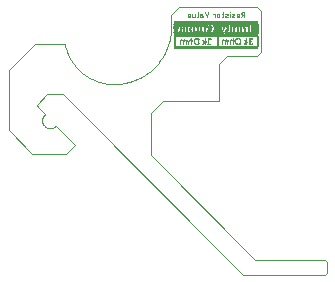
<source format=gbo>
G75*
%MOIN*%
%OFA0B0*%
%FSLAX25Y25*%
%IPPOS*%
%LPD*%
%AMOC8*
5,1,8,0,0,1.08239X$1,22.5*
%
%ADD10C,0.00394*%
%ADD11R,0.28320X0.00048*%
%ADD12R,0.28320X0.00048*%
%ADD13R,0.00720X0.00048*%
%ADD14R,0.00720X0.00048*%
%ADD15R,0.00432X0.00048*%
%ADD16R,0.00192X0.00048*%
%ADD17R,0.00192X0.00048*%
%ADD18R,0.00768X0.00048*%
%ADD19R,0.00240X0.00048*%
%ADD20R,0.01200X0.00048*%
%ADD21R,0.00240X0.00048*%
%ADD22R,0.00240X0.00048*%
%ADD23R,0.00288X0.00048*%
%ADD24R,0.01008X0.00048*%
%ADD25R,0.01200X0.00048*%
%ADD26R,0.00336X0.00048*%
%ADD27R,0.00960X0.00048*%
%ADD28R,0.00240X0.00048*%
%ADD29R,0.00288X0.00048*%
%ADD30R,0.01152X0.00048*%
%ADD31R,0.00336X0.00048*%
%ADD32R,0.01104X0.00048*%
%ADD33R,0.01248X0.00048*%
%ADD34R,0.01248X0.00048*%
%ADD35R,0.00480X0.00048*%
%ADD36R,0.01104X0.00048*%
%ADD37R,0.00384X0.00048*%
%ADD38R,0.00384X0.00048*%
%ADD39R,0.00144X0.00048*%
%ADD40R,0.00384X0.00048*%
%ADD41R,0.00384X0.00048*%
%ADD42R,0.00048X0.00048*%
%ADD43R,0.00624X0.00048*%
%ADD44R,0.00576X0.00048*%
%ADD45R,0.00576X0.00048*%
%ADD46R,0.00864X0.00048*%
%ADD47R,0.00816X0.00048*%
%ADD48R,0.00672X0.00048*%
%ADD49R,0.00576X0.00048*%
%ADD50R,0.00480X0.00048*%
%ADD51R,0.00528X0.00048*%
%ADD52R,0.00432X0.00048*%
%ADD53R,0.00816X0.00048*%
%ADD54R,0.00768X0.00048*%
%ADD55R,0.00192X0.00048*%
%ADD56R,0.00864X0.00048*%
%ADD57R,0.00720X0.00048*%
%ADD58R,0.00096X0.00048*%
%ADD59R,0.00048X0.00048*%
%ADD60R,0.00192X0.00048*%
%ADD61R,0.01248X0.00048*%
%ADD62R,0.01296X0.00048*%
%ADD63R,0.01056X0.00048*%
%ADD64R,0.00960X0.00048*%
%ADD65R,0.00672X0.00048*%
%ADD66R,0.16848X0.00048*%
%ADD67R,0.10992X0.00048*%
%ADD68R,0.16752X0.00048*%
%ADD69R,0.10992X0.00048*%
%ADD70R,0.16752X0.00048*%
%ADD71R,0.16704X0.00048*%
%ADD72R,0.11040X0.00048*%
%ADD73R,0.16704X0.00048*%
%ADD74R,0.11040X0.00048*%
%ADD75R,0.16656X0.00048*%
%ADD76R,0.11088X0.00048*%
%ADD77R,0.16656X0.00048*%
%ADD78R,0.11088X0.00048*%
%ADD79R,0.11136X0.00048*%
%ADD80R,0.16608X0.00048*%
%ADD81R,0.11136X0.00048*%
%ADD82R,0.16608X0.00048*%
%ADD83R,0.16560X0.00048*%
%ADD84R,0.11184X0.00048*%
%ADD85R,0.16560X0.00048*%
%ADD86R,0.11184X0.00048*%
%ADD87R,0.02448X0.00048*%
%ADD88R,0.03552X0.00048*%
%ADD89R,0.02976X0.00048*%
%ADD90R,0.01296X0.00048*%
%ADD91R,0.03984X0.00048*%
%ADD92R,0.01008X0.00048*%
%ADD93R,0.09744X0.00048*%
%ADD94R,0.01680X0.00048*%
%ADD95R,0.00912X0.00048*%
%ADD96R,0.03744X0.00048*%
%ADD97R,0.00528X0.00048*%
%ADD98R,0.02400X0.00048*%
%ADD99R,0.01680X0.00048*%
%ADD100R,0.00144X0.00048*%
%ADD101R,0.01152X0.00048*%
%ADD102R,0.03648X0.00048*%
%ADD103R,0.00912X0.00048*%
%ADD104R,0.02352X0.00048*%
%ADD105R,0.01632X0.00048*%
%ADD106R,0.00624X0.00048*%
%ADD107R,0.01056X0.00048*%
%ADD108R,0.00912X0.00048*%
%ADD109R,0.02352X0.00048*%
%ADD110R,0.01632X0.00048*%
%ADD111R,0.03456X0.00048*%
%ADD112R,0.03408X0.00048*%
%ADD113R,0.03360X0.00048*%
%ADD114R,0.03264X0.00048*%
%ADD115R,0.00864X0.00048*%
%ADD116R,0.00528X0.00048*%
%ADD117R,0.03216X0.00048*%
%ADD118R,0.03168X0.00048*%
%ADD119R,0.03120X0.00048*%
%ADD120R,0.03072X0.00048*%
%ADD121R,0.01056X0.00048*%
%ADD122R,0.03072X0.00048*%
%ADD123R,0.00720X0.00048*%
%ADD124R,0.01392X0.00048*%
%ADD125R,0.02976X0.00048*%
%ADD126R,0.00528X0.00048*%
%ADD127R,0.01392X0.00048*%
%ADD128R,0.01440X0.00048*%
%ADD129R,0.01488X0.00048*%
%ADD130R,0.02880X0.00048*%
%ADD131R,0.00048X0.00048*%
%ADD132R,0.00096X0.00048*%
%ADD133R,0.01488X0.00048*%
%ADD134R,0.02880X0.00048*%
%ADD135R,0.01536X0.00048*%
%ADD136R,0.02832X0.00048*%
%ADD137R,0.01536X0.00048*%
%ADD138R,0.02784X0.00048*%
%ADD139R,0.02784X0.00048*%
%ADD140R,0.02736X0.00048*%
%ADD141R,0.02736X0.00048*%
%ADD142R,0.01440X0.00048*%
%ADD143R,0.02688X0.00048*%
%ADD144R,0.02688X0.00048*%
%ADD145R,0.01584X0.00048*%
%ADD146R,0.02640X0.00048*%
%ADD147R,0.01584X0.00048*%
%ADD148R,0.02640X0.00048*%
%ADD149R,0.00576X0.00048*%
%ADD150R,0.02592X0.00048*%
%ADD151R,0.02592X0.00048*%
%ADD152R,0.01728X0.00048*%
%ADD153R,0.01776X0.00048*%
%ADD154R,0.01728X0.00048*%
%ADD155R,0.01776X0.00048*%
%ADD156R,0.01776X0.00048*%
%ADD157R,0.02544X0.00048*%
%ADD158R,0.01824X0.00048*%
%ADD159R,0.02544X0.00048*%
%ADD160R,0.01920X0.00048*%
%ADD161R,0.01872X0.00048*%
%ADD162R,0.02592X0.00048*%
%ADD163R,0.01968X0.00048*%
%ADD164R,0.02640X0.00048*%
%ADD165R,0.02112X0.00048*%
%ADD166R,0.01344X0.00048*%
%ADD167R,0.01824X0.00048*%
%ADD168R,0.00864X0.00048*%
%ADD169R,0.02064X0.00048*%
%ADD170R,0.05088X0.00048*%
%ADD171R,0.01968X0.00048*%
%ADD172R,0.02208X0.00048*%
%ADD173R,0.11520X0.00048*%
%ADD174R,0.06480X0.00048*%
%ADD175R,0.11520X0.00048*%
%ADD176R,0.05088X0.00048*%
%ADD177R,0.06480X0.00048*%
%ADD178R,0.05136X0.00048*%
%ADD179R,0.05184X0.00048*%
%ADD180R,0.05184X0.00048*%
%ADD181R,0.05232X0.00048*%
%ADD182R,0.05280X0.00048*%
%ADD183R,0.02640X0.00048*%
%ADD184R,0.05328X0.00048*%
%ADD185R,0.05424X0.00048*%
%ADD186R,0.11568X0.00048*%
%ADD187R,0.11616X0.00048*%
%ADD188R,0.06576X0.00048*%
%ADD189R,0.11712X0.00048*%
%ADD190R,0.06624X0.00048*%
%ADD191R,0.11808X0.00048*%
%ADD192R,0.06768X0.00048*%
%ADD193R,0.11952X0.00048*%
%ADD194R,0.06960X0.00048*%
%ADD195R,0.19536X0.00048*%
%ADD196C,0.00200*%
D10*
X0048730Y0042373D02*
X0048730Y0056535D01*
X0052719Y0060524D01*
X0071330Y0060524D01*
X0071330Y0072894D01*
X0073849Y0075413D01*
X0084033Y0075413D01*
X0085434Y0076814D01*
X0085434Y0090366D01*
X0083924Y0091875D01*
X0058038Y0091875D01*
X0055413Y0089250D01*
X0055413Y0085245D01*
X0055412Y0085245D02*
X0055406Y0084782D01*
X0055390Y0084320D01*
X0055362Y0083858D01*
X0055323Y0083397D01*
X0055272Y0082937D01*
X0055211Y0082478D01*
X0055139Y0082021D01*
X0055055Y0081566D01*
X0054961Y0081113D01*
X0054856Y0080662D01*
X0054739Y0080214D01*
X0054612Y0079769D01*
X0054475Y0079328D01*
X0054326Y0078889D01*
X0054168Y0078455D01*
X0053998Y0078024D01*
X0053819Y0077598D01*
X0053629Y0077176D01*
X0053429Y0076758D01*
X0053219Y0076346D01*
X0052999Y0075939D01*
X0052769Y0075537D01*
X0052529Y0075141D01*
X0052281Y0074751D01*
X0052022Y0074367D01*
X0051755Y0073990D01*
X0051478Y0073618D01*
X0051193Y0073254D01*
X0050899Y0072897D01*
X0050596Y0072547D01*
X0050285Y0072204D01*
X0049966Y0071869D01*
X0049639Y0071542D01*
X0049304Y0071223D01*
X0048961Y0070912D01*
X0048611Y0070609D01*
X0048254Y0070315D01*
X0047890Y0070030D01*
X0047518Y0069753D01*
X0047141Y0069486D01*
X0046757Y0069227D01*
X0046367Y0068979D01*
X0045971Y0068739D01*
X0045569Y0068509D01*
X0045162Y0068289D01*
X0044750Y0068079D01*
X0044332Y0067879D01*
X0043910Y0067689D01*
X0043484Y0067510D01*
X0043053Y0067340D01*
X0042619Y0067182D01*
X0042180Y0067033D01*
X0041739Y0066896D01*
X0041294Y0066769D01*
X0040846Y0066652D01*
X0040395Y0066547D01*
X0039942Y0066453D01*
X0039487Y0066369D01*
X0039030Y0066297D01*
X0038571Y0066236D01*
X0038111Y0066185D01*
X0037650Y0066146D01*
X0037188Y0066118D01*
X0036726Y0066102D01*
X0036263Y0066096D01*
X0019274Y0062773D02*
X0079357Y0002592D01*
X0106754Y0002592D01*
X0107296Y0003134D01*
X0107296Y0006955D01*
X0106627Y0007624D01*
X0083458Y0007624D01*
X0048730Y0042373D01*
X0023396Y0045941D02*
X0017015Y0052281D01*
X0017014Y0052281D02*
X0016947Y0052207D01*
X0016877Y0052135D01*
X0016805Y0052066D01*
X0016730Y0052000D01*
X0016652Y0051937D01*
X0016572Y0051877D01*
X0016489Y0051820D01*
X0016405Y0051766D01*
X0016319Y0051716D01*
X0016230Y0051668D01*
X0016140Y0051625D01*
X0016049Y0051584D01*
X0015956Y0051548D01*
X0015861Y0051514D01*
X0015766Y0051485D01*
X0015669Y0051459D01*
X0015571Y0051437D01*
X0015473Y0051419D01*
X0015374Y0051404D01*
X0015274Y0051393D01*
X0015174Y0051386D01*
X0015074Y0051383D01*
X0014974Y0051384D01*
X0014874Y0051388D01*
X0014774Y0051397D01*
X0014675Y0051409D01*
X0014576Y0051425D01*
X0014478Y0051445D01*
X0014381Y0051468D01*
X0014284Y0051496D01*
X0014189Y0051526D01*
X0014095Y0051561D01*
X0014003Y0051599D01*
X0013912Y0051641D01*
X0013822Y0051686D01*
X0013735Y0051734D01*
X0013649Y0051786D01*
X0013565Y0051841D01*
X0013484Y0051899D01*
X0013405Y0051960D01*
X0013328Y0052025D01*
X0012921Y0052445D01*
X0012814Y0052597D01*
X0012760Y0052680D01*
X0012708Y0052766D01*
X0012661Y0052853D01*
X0012616Y0052943D01*
X0012576Y0053034D01*
X0012539Y0053126D01*
X0012505Y0053220D01*
X0012475Y0053315D01*
X0012449Y0053411D01*
X0012427Y0053508D01*
X0012409Y0053606D01*
X0012394Y0053705D01*
X0012384Y0053804D01*
X0012377Y0053903D01*
X0012374Y0054003D01*
X0012375Y0054102D01*
X0012380Y0054202D01*
X0012389Y0054301D01*
X0012402Y0054400D01*
X0012418Y0054498D01*
X0012439Y0054595D01*
X0012463Y0054692D01*
X0012491Y0054788D01*
X0012523Y0054882D01*
X0012559Y0054975D01*
X0012598Y0055067D01*
X0012640Y0055157D01*
X0012687Y0055245D01*
X0012736Y0055331D01*
X0012789Y0055416D01*
X0012845Y0055498D01*
X0012905Y0055578D01*
X0012967Y0055656D01*
X0013033Y0055731D01*
X0013101Y0055803D01*
X0013173Y0055873D01*
X0013246Y0055940D01*
X0013323Y0056003D01*
X0013402Y0056064D01*
X0013483Y0056122D01*
X0011094Y0058554D01*
X0010519Y0059126D01*
X0014164Y0062772D01*
X0016167Y0062773D01*
X0019274Y0062773D01*
X0009859Y0079419D02*
X0001197Y0070757D01*
X0001197Y0050878D01*
X0009133Y0042942D01*
X0020397Y0042942D01*
X0021855Y0044401D01*
X0023396Y0045941D01*
X0019979Y0079419D02*
X0009859Y0079419D01*
X0019979Y0079420D02*
X0020064Y0079022D01*
X0020159Y0078626D01*
X0020264Y0078233D01*
X0020379Y0077843D01*
X0020503Y0077455D01*
X0020636Y0077071D01*
X0020779Y0076690D01*
X0020931Y0076313D01*
X0021092Y0075939D01*
X0021262Y0075570D01*
X0021442Y0075204D01*
X0021630Y0074844D01*
X0021827Y0074488D01*
X0022033Y0074137D01*
X0022247Y0073791D01*
X0022469Y0073450D01*
X0022700Y0073115D01*
X0022939Y0072786D01*
X0023186Y0072463D01*
X0023441Y0072145D01*
X0023704Y0071835D01*
X0023974Y0071530D01*
X0024251Y0071233D01*
X0024536Y0070942D01*
X0024827Y0070658D01*
X0025126Y0070382D01*
X0025431Y0070113D01*
X0025743Y0069851D01*
X0026061Y0069598D01*
X0026385Y0069352D01*
X0026715Y0069114D01*
X0027051Y0068884D01*
X0027392Y0068663D01*
X0027739Y0068450D01*
X0028091Y0068245D01*
X0028447Y0068049D01*
X0028809Y0067862D01*
X0029174Y0067684D01*
X0029544Y0067515D01*
X0029918Y0067355D01*
X0030296Y0067204D01*
X0030678Y0067063D01*
X0031063Y0066931D01*
X0031451Y0066808D01*
X0031841Y0066695D01*
X0032235Y0066592D01*
X0032631Y0066498D01*
X0033029Y0066414D01*
X0033429Y0066340D01*
X0033831Y0066275D01*
X0034234Y0066220D01*
X0034638Y0066176D01*
X0035044Y0066141D01*
X0035450Y0066116D01*
X0035856Y0066101D01*
X0036263Y0066096D01*
D11*
X0070396Y0077833D03*
X0070396Y0077929D03*
X0070396Y0078073D03*
X0070396Y0078169D03*
X0070396Y0078265D03*
X0070396Y0078361D03*
X0070396Y0078505D03*
X0070396Y0081865D03*
X0070396Y0081961D03*
X0070396Y0082105D03*
X0070396Y0082201D03*
X0070396Y0082297D03*
X0070396Y0082393D03*
X0070396Y0085993D03*
X0070396Y0086137D03*
X0070396Y0086233D03*
X0070396Y0086329D03*
X0070396Y0086473D03*
X0070396Y0086569D03*
X0070396Y0086665D03*
D12*
X0070396Y0086617D03*
X0070396Y0086521D03*
X0070396Y0086425D03*
X0070396Y0086377D03*
X0070396Y0086281D03*
X0070396Y0086185D03*
X0070396Y0086089D03*
X0070396Y0086041D03*
X0070396Y0085945D03*
X0070396Y0086713D03*
X0070396Y0082489D03*
X0070396Y0082441D03*
X0070396Y0082345D03*
X0070396Y0082249D03*
X0070396Y0082153D03*
X0070396Y0082057D03*
X0070396Y0082009D03*
X0070396Y0081913D03*
X0070396Y0081817D03*
X0070396Y0078457D03*
X0070396Y0078409D03*
X0070396Y0078313D03*
X0070396Y0078217D03*
X0070396Y0078121D03*
X0070396Y0078025D03*
X0070396Y0077977D03*
X0070396Y0077881D03*
D13*
X0070900Y0078553D03*
X0070900Y0078649D03*
X0070900Y0078745D03*
X0070900Y0078841D03*
X0070900Y0078889D03*
X0070900Y0078985D03*
X0070900Y0079081D03*
X0070900Y0079177D03*
X0070900Y0079225D03*
X0070900Y0079321D03*
X0070900Y0079417D03*
X0070900Y0079513D03*
X0070900Y0079609D03*
X0070900Y0079657D03*
X0070900Y0079753D03*
X0070900Y0079849D03*
X0070900Y0079945D03*
X0070900Y0080041D03*
X0070900Y0080089D03*
X0070900Y0080185D03*
X0070900Y0080281D03*
X0070900Y0080377D03*
X0070900Y0080425D03*
X0070900Y0080521D03*
X0070900Y0080617D03*
X0070900Y0080713D03*
X0070900Y0080809D03*
X0070900Y0080857D03*
X0070900Y0080953D03*
X0070900Y0081049D03*
X0070900Y0081145D03*
X0070900Y0081241D03*
X0070900Y0081289D03*
X0070900Y0081385D03*
X0070900Y0081481D03*
X0070900Y0081577D03*
X0070900Y0081625D03*
X0070900Y0081721D03*
X0072964Y0080521D03*
X0073924Y0080521D03*
X0073828Y0083449D03*
X0074260Y0084649D03*
X0082132Y0080185D03*
X0082132Y0079081D03*
X0084196Y0079081D03*
X0084196Y0078985D03*
X0084196Y0078889D03*
X0084196Y0078841D03*
X0084196Y0078745D03*
X0084196Y0078649D03*
X0084196Y0078553D03*
X0084196Y0079177D03*
X0084196Y0079225D03*
X0084196Y0079321D03*
X0084196Y0079417D03*
X0084196Y0079513D03*
X0084196Y0079609D03*
X0084196Y0079657D03*
X0084196Y0079753D03*
X0084196Y0079849D03*
X0084196Y0079945D03*
X0084196Y0080041D03*
X0084196Y0080089D03*
X0084196Y0080185D03*
X0084196Y0080281D03*
X0084196Y0080377D03*
X0084196Y0080425D03*
X0084196Y0080521D03*
X0084196Y0080617D03*
X0084196Y0080713D03*
X0084196Y0080809D03*
X0084196Y0080857D03*
X0084196Y0080953D03*
X0084196Y0081049D03*
X0084196Y0081145D03*
X0084196Y0081241D03*
X0084196Y0081289D03*
X0084196Y0081385D03*
X0084196Y0081481D03*
X0084196Y0081577D03*
X0084196Y0081625D03*
X0084196Y0081721D03*
X0064324Y0084121D03*
X0064324Y0084217D03*
X0062020Y0083353D03*
X0062020Y0085081D03*
X0059524Y0084313D03*
X0056596Y0081721D03*
X0056596Y0081625D03*
X0056596Y0081577D03*
X0056596Y0081481D03*
X0056596Y0081385D03*
X0056596Y0081289D03*
X0056596Y0081241D03*
X0056596Y0081145D03*
X0056596Y0081049D03*
X0056596Y0080953D03*
X0056596Y0080857D03*
X0056596Y0080809D03*
X0056596Y0080713D03*
X0056596Y0080617D03*
X0056596Y0080521D03*
X0056596Y0080425D03*
X0056596Y0080377D03*
X0056596Y0080281D03*
X0056596Y0080185D03*
X0056596Y0080089D03*
X0056596Y0080041D03*
X0056596Y0079945D03*
X0056596Y0079849D03*
X0056596Y0079753D03*
X0056596Y0079657D03*
X0056596Y0079609D03*
X0056596Y0079513D03*
X0056596Y0079417D03*
X0056596Y0079321D03*
X0056596Y0079225D03*
X0056596Y0079177D03*
X0056596Y0079081D03*
X0056596Y0078985D03*
X0056596Y0078889D03*
X0056596Y0078841D03*
X0056596Y0078745D03*
X0056596Y0078649D03*
X0056596Y0078553D03*
X0060100Y0080521D03*
D14*
X0056596Y0080473D03*
X0056596Y0080569D03*
X0056596Y0080665D03*
X0056596Y0080761D03*
X0056596Y0080905D03*
X0056596Y0081001D03*
X0056596Y0081097D03*
X0056596Y0081193D03*
X0056596Y0081337D03*
X0056596Y0081433D03*
X0056596Y0081529D03*
X0056596Y0081673D03*
X0056596Y0081769D03*
X0056596Y0080329D03*
X0056596Y0080233D03*
X0056596Y0080137D03*
X0056596Y0079993D03*
X0056596Y0079897D03*
X0056596Y0079801D03*
X0056596Y0079705D03*
X0056596Y0079561D03*
X0056596Y0079465D03*
X0056596Y0079369D03*
X0056596Y0079273D03*
X0056596Y0079129D03*
X0056596Y0079033D03*
X0056596Y0078937D03*
X0056596Y0078793D03*
X0056596Y0078697D03*
X0056596Y0078601D03*
X0064324Y0084073D03*
X0064324Y0084169D03*
X0064324Y0084265D03*
X0070900Y0081769D03*
X0070900Y0081673D03*
X0070900Y0081529D03*
X0070900Y0081433D03*
X0070900Y0081337D03*
X0070900Y0081193D03*
X0070900Y0081097D03*
X0070900Y0081001D03*
X0070900Y0080905D03*
X0070900Y0080761D03*
X0070900Y0080665D03*
X0070900Y0080569D03*
X0070900Y0080473D03*
X0070900Y0080329D03*
X0070900Y0080233D03*
X0070900Y0080137D03*
X0070900Y0079993D03*
X0070900Y0079897D03*
X0070900Y0079801D03*
X0070900Y0079705D03*
X0070900Y0079561D03*
X0070900Y0079465D03*
X0070900Y0079369D03*
X0070900Y0079273D03*
X0070900Y0079129D03*
X0070900Y0079033D03*
X0070900Y0078937D03*
X0070900Y0078793D03*
X0070900Y0078697D03*
X0070900Y0078601D03*
X0073828Y0083497D03*
X0074260Y0084601D03*
X0075364Y0083305D03*
X0084196Y0081769D03*
X0084196Y0081673D03*
X0084196Y0081529D03*
X0084196Y0081433D03*
X0084196Y0081337D03*
X0084196Y0081193D03*
X0084196Y0081097D03*
X0084196Y0081001D03*
X0084196Y0080905D03*
X0084196Y0080761D03*
X0084196Y0080665D03*
X0084196Y0080569D03*
X0084196Y0080473D03*
X0084196Y0080329D03*
X0084196Y0080233D03*
X0084196Y0080137D03*
X0084196Y0079993D03*
X0084196Y0079897D03*
X0084196Y0079801D03*
X0084196Y0079705D03*
X0084196Y0079561D03*
X0084196Y0079465D03*
X0084196Y0079369D03*
X0084196Y0079273D03*
X0084196Y0079129D03*
X0084196Y0079033D03*
X0084196Y0078937D03*
X0084196Y0078793D03*
X0084196Y0078697D03*
X0084196Y0078601D03*
D15*
X0082132Y0079033D03*
X0081700Y0079273D03*
X0078244Y0079273D03*
X0077812Y0079033D03*
X0077332Y0079273D03*
X0077764Y0081193D03*
X0078676Y0083401D03*
X0078676Y0083497D03*
X0078676Y0083593D03*
X0078676Y0083737D03*
X0078676Y0083833D03*
X0078676Y0083929D03*
X0078676Y0084073D03*
X0078676Y0084169D03*
X0078676Y0084265D03*
X0078676Y0084361D03*
X0078676Y0084505D03*
X0078676Y0084601D03*
X0078676Y0084697D03*
X0078676Y0084793D03*
X0078676Y0084937D03*
X0078676Y0085033D03*
X0065428Y0084601D03*
X0065428Y0083929D03*
X0065428Y0083833D03*
X0063940Y0081193D03*
X0062404Y0080329D03*
X0063556Y0079273D03*
X0063988Y0079033D03*
X0059716Y0080329D03*
X0059668Y0083401D03*
X0059668Y0084073D03*
X0061876Y0083737D03*
X0061876Y0084697D03*
D16*
X0058780Y0083545D03*
X0062476Y0081289D03*
X0062476Y0079081D03*
X0059740Y0079081D03*
X0058780Y0079081D03*
X0068140Y0081145D03*
D17*
X0068668Y0080713D03*
X0066988Y0081289D03*
X0066988Y0079081D03*
X0061468Y0079081D03*
X0060700Y0079081D03*
X0060700Y0080617D03*
X0061084Y0085081D03*
X0064684Y0085081D03*
X0073084Y0084217D03*
X0073084Y0084121D03*
X0074092Y0084841D03*
X0074092Y0084889D03*
X0074428Y0083641D03*
X0074524Y0080617D03*
X0074524Y0080521D03*
X0077884Y0085081D03*
D18*
X0079852Y0084553D03*
X0081292Y0084553D03*
X0081292Y0084457D03*
X0081292Y0084409D03*
X0081292Y0084313D03*
X0081292Y0084217D03*
X0081292Y0084121D03*
X0081292Y0084025D03*
X0081292Y0083977D03*
X0081292Y0083881D03*
X0081292Y0083785D03*
X0081292Y0083689D03*
X0081292Y0083641D03*
X0081292Y0083545D03*
X0081292Y0083449D03*
X0081292Y0083353D03*
X0081292Y0084649D03*
X0081292Y0084745D03*
X0081292Y0084841D03*
X0081292Y0084889D03*
X0081292Y0084985D03*
X0081292Y0085081D03*
X0077740Y0081145D03*
X0075676Y0080521D03*
X0077788Y0079081D03*
X0073804Y0083353D03*
X0074236Y0084457D03*
X0074236Y0084553D03*
X0073084Y0084985D03*
X0066556Y0084553D03*
X0066556Y0084457D03*
X0066556Y0083881D03*
X0065596Y0083353D03*
X0064300Y0083785D03*
X0064300Y0083881D03*
X0064300Y0083977D03*
X0064300Y0084025D03*
X0064300Y0084313D03*
X0064300Y0084409D03*
X0062956Y0084457D03*
X0062956Y0083881D03*
X0065596Y0085081D03*
X0063964Y0081145D03*
X0061852Y0080521D03*
X0064012Y0079081D03*
D19*
X0063220Y0079753D03*
X0066052Y0079081D03*
X0066100Y0080617D03*
X0063940Y0084745D03*
X0060436Y0080425D03*
X0059764Y0080089D03*
X0059764Y0080041D03*
X0059764Y0079945D03*
X0059764Y0079849D03*
X0059764Y0079753D03*
X0059764Y0079657D03*
X0059764Y0079609D03*
X0059764Y0079513D03*
X0059764Y0079417D03*
X0059764Y0079321D03*
X0059764Y0079225D03*
X0059764Y0079177D03*
X0058804Y0079177D03*
X0058804Y0079225D03*
X0058804Y0079321D03*
X0058804Y0079417D03*
X0058804Y0079513D03*
X0058804Y0079609D03*
X0058804Y0079657D03*
X0058804Y0079753D03*
X0058804Y0079849D03*
X0058804Y0079945D03*
X0058804Y0080041D03*
X0058804Y0080089D03*
X0058804Y0080185D03*
X0059476Y0080425D03*
X0058420Y0083257D03*
X0072580Y0080089D03*
X0072580Y0080041D03*
X0072580Y0079945D03*
X0072580Y0079849D03*
X0072580Y0079753D03*
X0072580Y0079657D03*
X0072580Y0079609D03*
X0072580Y0079513D03*
X0072580Y0079417D03*
X0072580Y0079321D03*
X0072580Y0079225D03*
X0072580Y0079177D03*
X0072580Y0079081D03*
X0073540Y0079081D03*
X0073540Y0079177D03*
X0073540Y0079225D03*
X0073540Y0079321D03*
X0073540Y0079417D03*
X0073540Y0079513D03*
X0073540Y0079609D03*
X0073540Y0079657D03*
X0073540Y0079753D03*
X0073540Y0079849D03*
X0073540Y0079945D03*
X0073540Y0080041D03*
X0073540Y0080089D03*
X0074500Y0080089D03*
X0074500Y0080041D03*
X0074500Y0079945D03*
X0074500Y0079849D03*
X0074500Y0079753D03*
X0074500Y0079657D03*
X0074500Y0079609D03*
X0074500Y0079513D03*
X0074500Y0079417D03*
X0074500Y0079321D03*
X0074500Y0079225D03*
X0074500Y0079177D03*
X0074500Y0079081D03*
X0075268Y0079081D03*
X0075268Y0079177D03*
X0075268Y0079225D03*
X0075268Y0079321D03*
X0075268Y0079417D03*
X0075268Y0079513D03*
X0075268Y0079609D03*
X0075268Y0079657D03*
X0075268Y0079753D03*
X0075268Y0079849D03*
X0075268Y0079945D03*
X0075268Y0080041D03*
X0075268Y0080089D03*
X0074500Y0080185D03*
X0076276Y0080185D03*
X0076276Y0080089D03*
X0076276Y0080041D03*
X0076276Y0079945D03*
X0076276Y0079849D03*
X0076276Y0079753D03*
X0076276Y0079657D03*
X0076276Y0079609D03*
X0076276Y0079513D03*
X0076276Y0079417D03*
X0076276Y0079321D03*
X0076276Y0079225D03*
X0076276Y0079177D03*
X0076276Y0079081D03*
X0076276Y0080521D03*
X0076276Y0080617D03*
X0076276Y0080713D03*
X0076276Y0080809D03*
X0076276Y0080857D03*
X0076276Y0080953D03*
X0076276Y0081049D03*
X0076276Y0081145D03*
X0076276Y0081241D03*
X0076276Y0081289D03*
X0078580Y0080185D03*
X0078580Y0080089D03*
X0078580Y0080041D03*
X0079876Y0079081D03*
X0080788Y0079081D03*
X0080788Y0079177D03*
X0080788Y0079225D03*
X0080788Y0079321D03*
X0080788Y0079417D03*
X0080788Y0079513D03*
X0080788Y0079609D03*
X0080788Y0079657D03*
X0080788Y0079753D03*
X0080788Y0079849D03*
X0080788Y0080041D03*
X0080788Y0080089D03*
X0080788Y0080185D03*
X0080788Y0080281D03*
X0080788Y0080377D03*
X0080788Y0080425D03*
X0080788Y0080521D03*
X0080788Y0080617D03*
X0080788Y0080713D03*
X0080788Y0080809D03*
X0080788Y0080857D03*
X0080788Y0080953D03*
X0080788Y0081049D03*
X0080788Y0081145D03*
X0080788Y0081241D03*
X0080788Y0081289D03*
X0079588Y0084841D03*
X0079588Y0084889D03*
X0079588Y0084985D03*
X0079588Y0085081D03*
X0075604Y0084985D03*
X0075604Y0084889D03*
D20*
X0068164Y0079225D03*
X0068164Y0079177D03*
X0068164Y0079081D03*
D21*
X0064756Y0079801D03*
X0062980Y0083593D03*
X0062980Y0084793D03*
X0063940Y0084697D03*
X0066580Y0084793D03*
X0066580Y0083593D03*
X0072580Y0080137D03*
X0072580Y0079993D03*
X0072580Y0079897D03*
X0072580Y0079801D03*
X0072580Y0079705D03*
X0072580Y0079561D03*
X0072580Y0079465D03*
X0072580Y0079369D03*
X0072580Y0079273D03*
X0072580Y0079129D03*
X0073540Y0079129D03*
X0073540Y0079273D03*
X0073540Y0079369D03*
X0073540Y0079465D03*
X0073540Y0079561D03*
X0073540Y0079705D03*
X0073540Y0079801D03*
X0073540Y0079897D03*
X0073540Y0079993D03*
X0073540Y0080137D03*
X0074500Y0080137D03*
X0074500Y0079993D03*
X0074500Y0079897D03*
X0074500Y0079801D03*
X0074500Y0079705D03*
X0074500Y0079561D03*
X0074500Y0079465D03*
X0074500Y0079369D03*
X0074500Y0079273D03*
X0074500Y0079129D03*
X0075268Y0079129D03*
X0075268Y0079273D03*
X0075268Y0079369D03*
X0075268Y0079465D03*
X0075268Y0079561D03*
X0075268Y0079705D03*
X0075268Y0079801D03*
X0075268Y0079897D03*
X0075268Y0079993D03*
X0075268Y0080137D03*
X0075652Y0080665D03*
X0076276Y0080665D03*
X0076276Y0080569D03*
X0076276Y0080473D03*
X0076276Y0080761D03*
X0076276Y0080905D03*
X0076276Y0081001D03*
X0076276Y0081097D03*
X0076276Y0081193D03*
X0076276Y0080137D03*
X0076276Y0079993D03*
X0076276Y0079897D03*
X0076276Y0079801D03*
X0076276Y0079705D03*
X0076276Y0079561D03*
X0076276Y0079465D03*
X0076276Y0079369D03*
X0076276Y0079273D03*
X0076276Y0079129D03*
X0078580Y0079993D03*
X0078580Y0080137D03*
X0078580Y0080233D03*
X0080788Y0080233D03*
X0080788Y0080137D03*
X0080788Y0079993D03*
X0080788Y0079897D03*
X0080788Y0079801D03*
X0080788Y0079705D03*
X0080788Y0079561D03*
X0080788Y0079465D03*
X0080788Y0079369D03*
X0080788Y0079273D03*
X0080788Y0079129D03*
X0080788Y0080329D03*
X0080788Y0080473D03*
X0080788Y0080569D03*
X0080788Y0080665D03*
X0080788Y0080761D03*
X0080788Y0080905D03*
X0080788Y0081001D03*
X0080788Y0081097D03*
X0080788Y0081193D03*
X0079588Y0084793D03*
X0079588Y0084937D03*
X0079588Y0085033D03*
X0080356Y0085129D03*
X0075604Y0085033D03*
X0075604Y0084937D03*
X0074068Y0084793D03*
X0060100Y0080665D03*
X0059764Y0080137D03*
X0059764Y0079993D03*
X0059764Y0079897D03*
X0059764Y0079801D03*
X0059764Y0079705D03*
X0059764Y0079561D03*
X0059764Y0079465D03*
X0059764Y0079369D03*
X0059764Y0079273D03*
X0059764Y0079129D03*
X0058804Y0079129D03*
X0058804Y0079273D03*
X0058804Y0079369D03*
X0058804Y0079465D03*
X0058804Y0079561D03*
X0058804Y0079705D03*
X0058804Y0079801D03*
X0058804Y0079897D03*
X0058804Y0079993D03*
X0058804Y0080137D03*
X0058804Y0080233D03*
X0059140Y0080665D03*
D22*
X0060724Y0080569D03*
X0060724Y0080473D03*
X0060724Y0080137D03*
X0060724Y0079993D03*
X0060724Y0079897D03*
X0060724Y0079801D03*
X0060724Y0079705D03*
X0060724Y0079561D03*
X0060724Y0079465D03*
X0060724Y0079369D03*
X0060724Y0079273D03*
X0060724Y0079129D03*
X0061492Y0079129D03*
X0061492Y0079273D03*
X0061492Y0079369D03*
X0061492Y0079465D03*
X0061492Y0079561D03*
X0061492Y0079705D03*
X0061492Y0079801D03*
X0061492Y0079897D03*
X0061492Y0079993D03*
X0061492Y0080137D03*
X0061492Y0080233D03*
X0064660Y0085129D03*
X0076996Y0079897D03*
D23*
X0077020Y0079801D03*
X0077020Y0079705D03*
X0077068Y0079561D03*
X0076972Y0079993D03*
X0076972Y0080137D03*
X0076972Y0080233D03*
X0076972Y0080329D03*
X0077020Y0080473D03*
X0077020Y0080569D03*
X0077068Y0080665D03*
X0077116Y0080761D03*
X0076252Y0080233D03*
X0075340Y0080329D03*
X0075292Y0080233D03*
X0074476Y0080233D03*
X0073900Y0080665D03*
X0072940Y0080665D03*
X0072652Y0080329D03*
X0072604Y0080233D03*
X0068620Y0080761D03*
X0068140Y0080761D03*
X0068140Y0080665D03*
X0068140Y0080569D03*
X0068140Y0080473D03*
X0068140Y0080329D03*
X0068140Y0080233D03*
X0068140Y0080137D03*
X0068140Y0079993D03*
X0068140Y0079897D03*
X0068140Y0079801D03*
X0068140Y0079705D03*
X0068140Y0079561D03*
X0068140Y0079465D03*
X0068140Y0079369D03*
X0066988Y0079369D03*
X0066988Y0079273D03*
X0066988Y0079129D03*
X0066988Y0079465D03*
X0066988Y0079561D03*
X0066988Y0079705D03*
X0066988Y0079801D03*
X0066988Y0080137D03*
X0066988Y0080233D03*
X0066988Y0080329D03*
X0066988Y0080473D03*
X0066988Y0080569D03*
X0066988Y0080665D03*
X0066988Y0080761D03*
X0066988Y0080905D03*
X0066988Y0081001D03*
X0066988Y0081097D03*
X0066988Y0081193D03*
X0066220Y0080473D03*
X0066364Y0080329D03*
X0066460Y0080233D03*
X0066556Y0080137D03*
X0066508Y0079705D03*
X0066412Y0079561D03*
X0066172Y0079273D03*
X0066076Y0079129D03*
X0064684Y0079561D03*
X0064732Y0079705D03*
X0064780Y0079897D03*
X0064780Y0079993D03*
X0064780Y0080137D03*
X0064780Y0080233D03*
X0064780Y0080329D03*
X0064732Y0080473D03*
X0064732Y0080569D03*
X0064684Y0080665D03*
X0063244Y0080569D03*
X0063196Y0080473D03*
X0063196Y0080329D03*
X0063196Y0080233D03*
X0063196Y0080137D03*
X0063196Y0079993D03*
X0063196Y0079897D03*
X0063196Y0079801D03*
X0063244Y0079705D03*
X0063292Y0079561D03*
X0063340Y0079465D03*
X0062476Y0079465D03*
X0062476Y0079369D03*
X0062476Y0079273D03*
X0062476Y0079129D03*
X0062476Y0079561D03*
X0062476Y0079705D03*
X0062476Y0079801D03*
X0062476Y0079897D03*
X0062476Y0079993D03*
X0062476Y0080137D03*
X0062476Y0080473D03*
X0062476Y0080569D03*
X0062476Y0080665D03*
X0062476Y0080761D03*
X0062476Y0080905D03*
X0062476Y0081001D03*
X0062476Y0081097D03*
X0062476Y0081193D03*
X0061852Y0080665D03*
X0061516Y0080329D03*
X0058828Y0080329D03*
X0058732Y0084793D03*
X0063916Y0084793D03*
X0067612Y0083737D03*
X0073084Y0084265D03*
X0073084Y0084361D03*
X0075580Y0084793D03*
X0079612Y0084697D03*
X0079948Y0080569D03*
X0080236Y0080233D03*
X0080332Y0080137D03*
X0080476Y0079993D03*
X0080380Y0079801D03*
X0080140Y0079465D03*
X0081532Y0079561D03*
X0081532Y0079705D03*
X0081676Y0080473D03*
X0081628Y0080569D03*
X0081628Y0080665D03*
X0081628Y0080761D03*
X0082540Y0079273D03*
X0078556Y0079705D03*
X0078556Y0079801D03*
X0078556Y0079897D03*
X0078508Y0079561D03*
X0078556Y0080329D03*
X0078556Y0080473D03*
X0078508Y0080569D03*
X0078460Y0080665D03*
D24*
X0077764Y0081097D03*
X0077812Y0079129D03*
X0074116Y0083833D03*
X0064180Y0083401D03*
X0063988Y0079129D03*
D25*
X0068164Y0079129D03*
D26*
X0066580Y0079801D03*
X0066340Y0079465D03*
X0066244Y0079369D03*
X0066148Y0080569D03*
X0064612Y0080761D03*
X0063316Y0080761D03*
X0063268Y0080665D03*
X0062452Y0080233D03*
X0063412Y0079369D03*
X0064564Y0079369D03*
X0064660Y0079465D03*
X0068164Y0081097D03*
X0067588Y0083593D03*
X0061828Y0084073D03*
X0061828Y0084169D03*
X0061828Y0084265D03*
X0061828Y0084361D03*
X0061060Y0085129D03*
X0060724Y0084697D03*
X0059716Y0083929D03*
X0059716Y0083833D03*
X0059716Y0083737D03*
X0059716Y0083593D03*
X0059716Y0080233D03*
X0060676Y0080233D03*
X0073540Y0080233D03*
X0077140Y0079465D03*
X0078436Y0079465D03*
X0078436Y0080761D03*
X0080020Y0080473D03*
X0080164Y0080329D03*
X0080452Y0079897D03*
X0080308Y0079705D03*
X0080212Y0079561D03*
X0080068Y0079369D03*
X0079972Y0079273D03*
X0079876Y0079129D03*
X0081556Y0079465D03*
X0081604Y0079369D03*
X0081556Y0079801D03*
X0081748Y0080329D03*
X0081700Y0080905D03*
X0079588Y0085129D03*
X0077860Y0085129D03*
X0077524Y0084697D03*
X0075604Y0085129D03*
D27*
X0074140Y0083929D03*
X0082156Y0079129D03*
X0063964Y0081097D03*
D28*
X0061492Y0080185D03*
X0061492Y0080089D03*
X0061492Y0080041D03*
X0061492Y0079945D03*
X0061492Y0079849D03*
X0061492Y0079753D03*
X0061492Y0079657D03*
X0061492Y0079609D03*
X0061492Y0079513D03*
X0061492Y0079417D03*
X0061492Y0079321D03*
X0061492Y0079225D03*
X0061492Y0079177D03*
X0060724Y0079177D03*
X0060724Y0079225D03*
X0060724Y0079321D03*
X0060724Y0079417D03*
X0060724Y0079513D03*
X0060724Y0079609D03*
X0060724Y0079657D03*
X0060724Y0079753D03*
X0060724Y0079849D03*
X0060724Y0079945D03*
X0060724Y0080041D03*
X0060724Y0080089D03*
X0060724Y0080425D03*
X0060724Y0080521D03*
X0066628Y0080041D03*
X0076996Y0080377D03*
X0079924Y0080617D03*
D29*
X0080188Y0080281D03*
X0080284Y0080185D03*
X0080380Y0080089D03*
X0080428Y0080041D03*
X0080428Y0079849D03*
X0080284Y0079657D03*
X0080236Y0079609D03*
X0080092Y0079417D03*
X0079948Y0079225D03*
X0079900Y0079177D03*
X0078508Y0079609D03*
X0078508Y0079657D03*
X0078556Y0079753D03*
X0078556Y0079849D03*
X0078556Y0079945D03*
X0078556Y0080281D03*
X0078556Y0080377D03*
X0078556Y0080425D03*
X0078508Y0080521D03*
X0078508Y0080617D03*
X0078460Y0080713D03*
X0078460Y0079513D03*
X0078412Y0079417D03*
X0077116Y0079513D03*
X0077068Y0079609D03*
X0077068Y0079657D03*
X0077020Y0079753D03*
X0077020Y0079849D03*
X0076972Y0079945D03*
X0076972Y0080041D03*
X0076972Y0080089D03*
X0076972Y0080185D03*
X0076972Y0080281D03*
X0077020Y0080425D03*
X0077020Y0080521D03*
X0077068Y0080617D03*
X0075340Y0080377D03*
X0075292Y0080281D03*
X0075292Y0080185D03*
X0073660Y0080425D03*
X0073564Y0080185D03*
X0073276Y0080425D03*
X0072652Y0080377D03*
X0072604Y0080281D03*
X0072604Y0080185D03*
X0073084Y0084313D03*
X0075580Y0084841D03*
X0075580Y0085081D03*
X0079612Y0084745D03*
X0081628Y0080713D03*
X0081628Y0080617D03*
X0081628Y0080521D03*
X0081676Y0080425D03*
X0081724Y0080377D03*
X0081532Y0079657D03*
X0081532Y0079609D03*
X0081532Y0079513D03*
X0081580Y0079417D03*
X0068140Y0079417D03*
X0068140Y0079321D03*
X0068140Y0079513D03*
X0068140Y0079609D03*
X0068140Y0079657D03*
X0068140Y0079753D03*
X0068140Y0079849D03*
X0068140Y0079945D03*
X0068140Y0080041D03*
X0068140Y0080089D03*
X0068140Y0080185D03*
X0068140Y0080281D03*
X0068140Y0080377D03*
X0068140Y0080425D03*
X0068140Y0080521D03*
X0068140Y0080617D03*
X0068140Y0080713D03*
X0068140Y0080809D03*
X0068140Y0080857D03*
X0066988Y0080857D03*
X0066988Y0080809D03*
X0066988Y0080713D03*
X0066988Y0080617D03*
X0066988Y0080521D03*
X0066988Y0080425D03*
X0066988Y0080377D03*
X0066988Y0080281D03*
X0066988Y0080185D03*
X0066988Y0080089D03*
X0066988Y0080041D03*
X0066988Y0079849D03*
X0066988Y0079753D03*
X0066988Y0079657D03*
X0066988Y0079609D03*
X0066988Y0079513D03*
X0066988Y0079417D03*
X0066988Y0079321D03*
X0066988Y0079225D03*
X0066988Y0079177D03*
X0066364Y0079513D03*
X0066220Y0079321D03*
X0066556Y0079753D03*
X0066604Y0080089D03*
X0066508Y0080185D03*
X0066412Y0080281D03*
X0066316Y0080377D03*
X0066268Y0080425D03*
X0066172Y0080521D03*
X0066988Y0080953D03*
X0066988Y0081049D03*
X0066988Y0081145D03*
X0066988Y0081241D03*
X0064732Y0080521D03*
X0064732Y0080425D03*
X0064780Y0080377D03*
X0064780Y0080281D03*
X0064780Y0080185D03*
X0064780Y0080089D03*
X0064780Y0080041D03*
X0064780Y0079945D03*
X0064780Y0079849D03*
X0064732Y0079753D03*
X0064732Y0079657D03*
X0064684Y0079513D03*
X0064684Y0080617D03*
X0064588Y0080809D03*
X0063292Y0080713D03*
X0063244Y0080617D03*
X0063244Y0080521D03*
X0063196Y0080425D03*
X0063196Y0080377D03*
X0063196Y0080281D03*
X0063196Y0080185D03*
X0063196Y0080089D03*
X0063196Y0080041D03*
X0063196Y0079945D03*
X0063196Y0079849D03*
X0063244Y0079657D03*
X0063244Y0079609D03*
X0063292Y0079513D03*
X0062476Y0079513D03*
X0062476Y0079417D03*
X0062476Y0079321D03*
X0062476Y0079225D03*
X0062476Y0079177D03*
X0062476Y0079609D03*
X0062476Y0079657D03*
X0062476Y0079753D03*
X0062476Y0079849D03*
X0062476Y0079945D03*
X0062476Y0080041D03*
X0062476Y0080089D03*
X0062476Y0080185D03*
X0062476Y0080521D03*
X0062476Y0080617D03*
X0062476Y0080713D03*
X0062476Y0080809D03*
X0062476Y0080857D03*
X0062476Y0080953D03*
X0062476Y0081049D03*
X0062476Y0081145D03*
X0062476Y0081241D03*
X0061516Y0080281D03*
X0060700Y0080185D03*
X0059740Y0080185D03*
X0058828Y0080281D03*
X0063916Y0084841D03*
X0067612Y0083785D03*
X0067612Y0083689D03*
X0068428Y0085417D03*
D30*
X0063964Y0081049D03*
X0064012Y0079177D03*
X0077788Y0079177D03*
X0082108Y0079225D03*
D31*
X0081652Y0079321D03*
X0081556Y0079753D03*
X0081604Y0079849D03*
X0081652Y0080809D03*
X0081652Y0080857D03*
X0082468Y0080953D03*
X0080116Y0080377D03*
X0080068Y0080425D03*
X0079972Y0080521D03*
X0080356Y0079753D03*
X0080164Y0079513D03*
X0080020Y0079321D03*
X0078388Y0080809D03*
X0078340Y0080857D03*
X0077188Y0080857D03*
X0077140Y0080809D03*
X0077092Y0080713D03*
X0076228Y0080281D03*
X0077188Y0079417D03*
X0074452Y0080281D03*
X0072676Y0080425D03*
X0068404Y0083641D03*
X0067588Y0083641D03*
X0063892Y0084889D03*
X0061828Y0084457D03*
X0061828Y0084409D03*
X0061828Y0084313D03*
X0061828Y0084217D03*
X0061828Y0084121D03*
X0061828Y0084025D03*
X0061828Y0083977D03*
X0059716Y0083881D03*
X0059716Y0083785D03*
X0059716Y0083689D03*
X0059716Y0083641D03*
X0058612Y0084025D03*
X0058900Y0080425D03*
X0058852Y0080377D03*
X0059860Y0080425D03*
X0060676Y0080281D03*
X0061540Y0080377D03*
X0061588Y0080425D03*
X0063364Y0080809D03*
X0064660Y0080713D03*
X0064708Y0079609D03*
X0064612Y0079417D03*
X0063364Y0079417D03*
X0066100Y0079177D03*
X0066148Y0079225D03*
X0066292Y0079417D03*
X0066436Y0079609D03*
X0066484Y0079657D03*
X0066628Y0079849D03*
D32*
X0077764Y0081049D03*
X0082132Y0079177D03*
D33*
X0064012Y0079225D03*
D34*
X0077788Y0079225D03*
D35*
X0073516Y0080329D03*
X0076492Y0083305D03*
X0076492Y0083401D03*
X0076492Y0083497D03*
X0076492Y0083593D03*
X0076492Y0083737D03*
X0076492Y0083833D03*
X0076492Y0083929D03*
X0076492Y0084073D03*
X0076492Y0084169D03*
X0076492Y0084265D03*
X0076492Y0084361D03*
X0076492Y0084505D03*
X0076492Y0084601D03*
X0076492Y0084697D03*
X0078700Y0083305D03*
X0081916Y0080233D03*
X0081772Y0079993D03*
X0073084Y0084601D03*
X0068236Y0081001D03*
X0067516Y0083401D03*
X0065452Y0083737D03*
X0065452Y0084697D03*
X0065452Y0084793D03*
X0063820Y0085033D03*
X0061900Y0084793D03*
X0061900Y0083593D03*
X0059644Y0084169D03*
X0059692Y0084697D03*
X0064444Y0079273D03*
D36*
X0068164Y0079273D03*
D37*
X0068572Y0080809D03*
X0064540Y0080857D03*
X0064540Y0079321D03*
X0063484Y0079321D03*
X0059740Y0080281D03*
X0065404Y0083977D03*
X0065404Y0084025D03*
X0065404Y0084121D03*
X0065404Y0084217D03*
X0065404Y0084313D03*
X0065404Y0084409D03*
X0065404Y0084457D03*
X0073084Y0084457D03*
X0073084Y0084409D03*
X0073516Y0080281D03*
X0078316Y0079321D03*
X0081676Y0079945D03*
D38*
X0081820Y0080281D03*
X0081724Y0080953D03*
X0077260Y0079321D03*
X0075388Y0080425D03*
X0068524Y0080857D03*
X0068188Y0081049D03*
X0067564Y0083545D03*
X0063388Y0080857D03*
X0062428Y0080281D03*
X0059692Y0083545D03*
X0059692Y0083977D03*
X0059692Y0084025D03*
X0061852Y0083881D03*
X0061852Y0083785D03*
X0061852Y0084553D03*
X0061852Y0084649D03*
D39*
X0060724Y0084745D03*
X0074116Y0084985D03*
X0074116Y0085081D03*
X0077524Y0084745D03*
X0080356Y0085081D03*
X0082564Y0080857D03*
X0082612Y0079321D03*
D40*
X0077212Y0079369D03*
X0076204Y0080329D03*
X0073084Y0084505D03*
X0065404Y0084505D03*
X0065404Y0084361D03*
X0065404Y0084265D03*
X0065404Y0084169D03*
X0065404Y0084073D03*
X0063436Y0080905D03*
X0058780Y0083593D03*
D41*
X0059692Y0083497D03*
X0061852Y0083833D03*
X0061852Y0083929D03*
X0061852Y0084505D03*
X0061852Y0084601D03*
X0063868Y0084937D03*
X0067564Y0083497D03*
X0064492Y0080905D03*
X0060652Y0080329D03*
X0074428Y0080329D03*
X0077260Y0080905D03*
X0078268Y0080905D03*
X0078364Y0079369D03*
X0081628Y0079897D03*
X0082060Y0081193D03*
D42*
X0082660Y0079369D03*
X0073060Y0083929D03*
X0064756Y0084937D03*
X0061156Y0084937D03*
D43*
X0060772Y0084505D03*
X0060772Y0084361D03*
X0060772Y0084265D03*
X0060772Y0084169D03*
X0060772Y0084073D03*
X0060772Y0083929D03*
X0060772Y0083833D03*
X0060772Y0083737D03*
X0060772Y0083593D03*
X0060772Y0083497D03*
X0060772Y0083401D03*
X0059572Y0084265D03*
X0062980Y0083737D03*
X0060100Y0080569D03*
X0059140Y0080569D03*
X0066820Y0079897D03*
X0068308Y0080905D03*
X0066580Y0083737D03*
X0072964Y0080569D03*
X0073924Y0080569D03*
X0075652Y0080569D03*
X0075412Y0083401D03*
X0075412Y0083497D03*
X0077572Y0084505D03*
D44*
X0076540Y0084889D03*
X0075484Y0085417D03*
X0075436Y0083689D03*
X0075436Y0083641D03*
X0075436Y0083545D03*
X0073084Y0084745D03*
X0067516Y0083353D03*
X0065500Y0083545D03*
X0065500Y0084889D03*
X0063772Y0085081D03*
X0060748Y0084553D03*
X0058780Y0084745D03*
X0058732Y0083881D03*
X0058732Y0083785D03*
X0058732Y0083689D03*
X0066844Y0079945D03*
X0068284Y0080953D03*
X0080620Y0079945D03*
D45*
X0075436Y0083593D03*
X0075436Y0083737D03*
X0076540Y0084937D03*
X0073084Y0084793D03*
X0073084Y0084697D03*
X0065500Y0084937D03*
X0065500Y0083497D03*
X0061948Y0083497D03*
X0061948Y0084937D03*
X0059740Y0084937D03*
X0058732Y0083833D03*
X0058732Y0083737D03*
X0059644Y0083305D03*
X0066844Y0079993D03*
D46*
X0064252Y0083641D03*
X0066556Y0084121D03*
X0066556Y0084217D03*
X0073804Y0083257D03*
X0074188Y0084217D03*
X0075340Y0083257D03*
X0079900Y0084457D03*
X0081292Y0083257D03*
X0082012Y0080041D03*
D47*
X0082084Y0080089D03*
X0074212Y0084313D03*
X0074212Y0084409D03*
X0073108Y0085081D03*
X0066580Y0084409D03*
X0066580Y0084313D03*
X0066580Y0084025D03*
X0066580Y0083977D03*
X0064276Y0083689D03*
X0062980Y0083977D03*
X0062980Y0084025D03*
X0062980Y0084121D03*
X0062980Y0084217D03*
X0062980Y0084313D03*
X0062980Y0084409D03*
X0058852Y0084649D03*
D48*
X0060796Y0083305D03*
X0061996Y0083401D03*
X0062956Y0084601D03*
X0063724Y0085129D03*
X0064204Y0084601D03*
X0065548Y0083401D03*
X0066556Y0084601D03*
X0061996Y0085033D03*
X0061852Y0080569D03*
X0073084Y0084937D03*
X0074284Y0084697D03*
X0073852Y0083593D03*
X0076588Y0085033D03*
X0077596Y0084361D03*
X0077596Y0084265D03*
X0077596Y0084169D03*
X0077596Y0084073D03*
X0077596Y0083929D03*
X0077596Y0083833D03*
X0077596Y0083737D03*
X0077596Y0083593D03*
X0077596Y0083497D03*
X0077596Y0083401D03*
X0077596Y0083305D03*
X0082156Y0080137D03*
D49*
X0066556Y0083689D03*
X0059692Y0080377D03*
D50*
X0060604Y0080377D03*
X0061852Y0080617D03*
X0062380Y0080377D03*
X0063532Y0080953D03*
X0061900Y0083641D03*
X0061900Y0084841D03*
X0059692Y0084745D03*
X0058684Y0083977D03*
X0058780Y0083641D03*
X0059644Y0083353D03*
X0065452Y0083689D03*
X0065452Y0084745D03*
X0066556Y0084745D03*
X0073084Y0084649D03*
X0073084Y0084553D03*
X0076492Y0084553D03*
X0076492Y0084457D03*
X0076492Y0084409D03*
X0076492Y0084313D03*
X0076492Y0084217D03*
X0076492Y0084121D03*
X0076492Y0084025D03*
X0076492Y0083977D03*
X0076492Y0083881D03*
X0076492Y0083785D03*
X0076492Y0083689D03*
X0076492Y0083641D03*
X0076492Y0083545D03*
X0076492Y0083449D03*
X0076492Y0083353D03*
X0076492Y0084649D03*
X0076492Y0084745D03*
X0077548Y0084649D03*
X0078700Y0085081D03*
X0078220Y0080953D03*
X0077308Y0080953D03*
X0073900Y0080617D03*
X0072940Y0080617D03*
D51*
X0073492Y0080377D03*
X0074356Y0080425D03*
X0075652Y0080617D03*
X0076132Y0080425D03*
X0076468Y0083257D03*
X0075460Y0083785D03*
X0075460Y0083881D03*
X0075460Y0083977D03*
X0075460Y0084025D03*
X0075460Y0084121D03*
X0075460Y0084217D03*
X0075460Y0084313D03*
X0075460Y0084409D03*
X0075460Y0084457D03*
X0075460Y0084553D03*
X0075460Y0084649D03*
X0075460Y0084745D03*
X0075460Y0085513D03*
X0076516Y0084841D03*
X0062980Y0083689D03*
X0061924Y0083545D03*
X0061924Y0084889D03*
X0059716Y0084889D03*
X0059716Y0084841D03*
X0059668Y0084649D03*
X0059620Y0084217D03*
X0059140Y0080617D03*
X0060100Y0080617D03*
X0062356Y0080425D03*
D52*
X0064420Y0080953D03*
X0062980Y0083641D03*
X0061876Y0083689D03*
X0060724Y0084649D03*
X0061876Y0084745D03*
X0062980Y0084745D03*
X0063844Y0084985D03*
X0065428Y0084649D03*
X0065428Y0084553D03*
X0065428Y0083881D03*
X0065428Y0083785D03*
X0066580Y0083641D03*
X0067540Y0083449D03*
X0074404Y0080377D03*
X0076180Y0080377D03*
X0078676Y0083353D03*
X0078676Y0083449D03*
X0078676Y0083545D03*
X0078676Y0083641D03*
X0078676Y0083689D03*
X0078676Y0083785D03*
X0078676Y0083881D03*
X0078676Y0083977D03*
X0078676Y0084025D03*
X0078676Y0084121D03*
X0078676Y0084217D03*
X0078676Y0084313D03*
X0078676Y0084409D03*
X0078676Y0084457D03*
X0078676Y0084553D03*
X0078676Y0084649D03*
X0078676Y0084745D03*
X0078676Y0084841D03*
X0078676Y0084889D03*
X0078676Y0084985D03*
X0059668Y0084121D03*
X0059668Y0083449D03*
D53*
X0059140Y0080473D03*
X0061876Y0080473D03*
X0064276Y0083737D03*
X0062980Y0083929D03*
X0062980Y0084073D03*
X0062980Y0084169D03*
X0062980Y0084265D03*
X0062980Y0084361D03*
X0065620Y0083305D03*
X0066580Y0084073D03*
X0066580Y0084361D03*
X0068404Y0083737D03*
X0072964Y0080473D03*
X0073924Y0080473D03*
X0074212Y0084361D03*
X0076612Y0085129D03*
X0079876Y0084505D03*
X0081268Y0085129D03*
X0082084Y0081097D03*
D54*
X0081292Y0083305D03*
X0081292Y0083401D03*
X0081292Y0083497D03*
X0081292Y0083593D03*
X0081292Y0083737D03*
X0081292Y0083833D03*
X0081292Y0083929D03*
X0081292Y0084073D03*
X0081292Y0084169D03*
X0081292Y0084265D03*
X0081292Y0084361D03*
X0081292Y0084505D03*
X0081292Y0084601D03*
X0081292Y0084697D03*
X0081292Y0084793D03*
X0081292Y0084937D03*
X0081292Y0085033D03*
X0079852Y0084601D03*
X0074236Y0084505D03*
X0073804Y0083401D03*
X0073804Y0083305D03*
X0073084Y0085033D03*
X0067516Y0083305D03*
X0066556Y0083929D03*
X0066556Y0084505D03*
X0064300Y0084361D03*
X0064300Y0083929D03*
X0064300Y0083833D03*
X0062956Y0084505D03*
X0062044Y0083305D03*
X0060124Y0080473D03*
D55*
X0073084Y0084169D03*
X0074092Y0084937D03*
X0074092Y0085129D03*
X0074524Y0080569D03*
X0074524Y0080473D03*
X0079996Y0084697D03*
D56*
X0075676Y0080473D03*
X0065644Y0085129D03*
X0062044Y0085129D03*
D57*
X0062980Y0084553D03*
X0062980Y0083785D03*
X0064276Y0084457D03*
X0060772Y0083257D03*
X0059140Y0080521D03*
X0068404Y0085321D03*
X0076612Y0085081D03*
X0077572Y0083257D03*
D58*
X0080380Y0085033D03*
X0073084Y0084073D03*
X0068716Y0080665D03*
D59*
X0058372Y0083353D03*
X0080404Y0084985D03*
X0082612Y0080809D03*
D60*
X0082540Y0080905D03*
D61*
X0063964Y0081001D03*
D62*
X0077764Y0081001D03*
D63*
X0082108Y0081001D03*
D64*
X0082108Y0081049D03*
X0079900Y0083257D03*
X0074140Y0083977D03*
X0074140Y0084025D03*
X0068380Y0083785D03*
X0067516Y0083257D03*
X0065644Y0083257D03*
X0064204Y0083449D03*
X0068380Y0085225D03*
D65*
X0066556Y0084649D03*
X0066556Y0083785D03*
X0064252Y0084553D03*
X0059740Y0084985D03*
X0059596Y0083257D03*
X0073084Y0084841D03*
X0073084Y0084889D03*
X0074284Y0084745D03*
X0073852Y0083641D03*
X0073852Y0083545D03*
X0075388Y0083353D03*
X0077596Y0083353D03*
X0077596Y0083449D03*
X0077596Y0083545D03*
X0077596Y0083641D03*
X0077596Y0083689D03*
X0077596Y0083785D03*
X0077596Y0083881D03*
X0077596Y0083977D03*
X0077596Y0084025D03*
X0077596Y0084121D03*
X0077596Y0084217D03*
X0077596Y0084313D03*
X0077596Y0084409D03*
X0077596Y0084457D03*
X0079804Y0084649D03*
X0082060Y0081145D03*
D66*
X0064660Y0082537D03*
D67*
X0079060Y0082537D03*
X0079060Y0082633D03*
D68*
X0064612Y0082681D03*
X0064612Y0082585D03*
D69*
X0079060Y0082585D03*
X0079060Y0082681D03*
D70*
X0064612Y0082633D03*
D71*
X0064588Y0082729D03*
D72*
X0079036Y0082729D03*
D73*
X0064588Y0082777D03*
X0064588Y0082825D03*
D74*
X0079036Y0082825D03*
X0079036Y0082777D03*
D75*
X0064564Y0082873D03*
X0064564Y0082969D03*
D76*
X0079012Y0082873D03*
D77*
X0064564Y0082921D03*
D78*
X0079012Y0082921D03*
D79*
X0078988Y0082969D03*
X0078988Y0083065D03*
D80*
X0064540Y0083017D03*
D81*
X0078988Y0083017D03*
D82*
X0064540Y0083065D03*
D83*
X0064516Y0083113D03*
D84*
X0078964Y0083113D03*
D85*
X0064516Y0083161D03*
D86*
X0078964Y0083161D03*
D87*
X0057460Y0083209D03*
D88*
X0060892Y0083209D03*
X0070972Y0083353D03*
D89*
X0071068Y0083881D03*
X0064780Y0083209D03*
D90*
X0064084Y0083257D03*
X0067540Y0083209D03*
D91*
X0070804Y0083209D03*
D92*
X0073828Y0083209D03*
X0074068Y0083689D03*
X0074116Y0083881D03*
D93*
X0079684Y0083209D03*
D94*
X0068212Y0084841D03*
X0057076Y0084745D03*
X0057076Y0084649D03*
X0057076Y0084553D03*
X0057076Y0083257D03*
D95*
X0059716Y0085081D03*
X0062068Y0083257D03*
D96*
X0070876Y0083257D03*
D97*
X0075412Y0085609D03*
X0078676Y0083257D03*
X0065476Y0083641D03*
X0065476Y0084841D03*
D98*
X0083356Y0083257D03*
D99*
X0068212Y0084793D03*
X0057076Y0084793D03*
X0057076Y0084697D03*
X0057076Y0084601D03*
X0057076Y0084505D03*
X0057076Y0083305D03*
D100*
X0058420Y0083305D03*
X0061108Y0085033D03*
X0064324Y0084697D03*
X0064708Y0085033D03*
X0074116Y0085033D03*
X0077908Y0085033D03*
D101*
X0064108Y0083305D03*
D102*
X0070924Y0083305D03*
D103*
X0074164Y0084073D03*
X0074164Y0084169D03*
X0079924Y0084169D03*
X0079924Y0084073D03*
X0079924Y0083929D03*
X0079924Y0083833D03*
X0079924Y0083737D03*
X0079924Y0083593D03*
X0079924Y0083497D03*
X0079924Y0083401D03*
X0079924Y0083305D03*
X0079924Y0084265D03*
X0079924Y0084361D03*
X0064228Y0083497D03*
X0059428Y0084361D03*
D104*
X0083380Y0084361D03*
X0083380Y0084265D03*
X0083380Y0084169D03*
X0083380Y0084073D03*
X0083380Y0083929D03*
X0083380Y0083833D03*
X0083380Y0083737D03*
X0083380Y0083593D03*
X0083380Y0083497D03*
X0083380Y0083401D03*
X0083380Y0083305D03*
X0083380Y0084505D03*
X0083380Y0084601D03*
X0083380Y0084697D03*
X0083380Y0084793D03*
X0083380Y0084937D03*
X0083380Y0085033D03*
X0083380Y0085129D03*
X0083380Y0085273D03*
X0083380Y0085369D03*
D105*
X0083740Y0085417D03*
X0083740Y0085513D03*
X0083740Y0085609D03*
X0083740Y0085657D03*
X0083740Y0085753D03*
X0068236Y0084745D03*
X0057052Y0084457D03*
X0057052Y0084409D03*
X0057052Y0084313D03*
X0057052Y0084217D03*
X0057052Y0084121D03*
X0057052Y0084025D03*
X0057052Y0083977D03*
X0057052Y0083881D03*
X0057052Y0083785D03*
X0057052Y0083689D03*
X0057052Y0083641D03*
X0057052Y0083545D03*
X0057052Y0083449D03*
X0057052Y0083353D03*
D106*
X0060772Y0083353D03*
X0060772Y0083449D03*
X0060772Y0083545D03*
X0060772Y0083641D03*
X0060772Y0083689D03*
X0060772Y0083785D03*
X0060772Y0083881D03*
X0060772Y0083977D03*
X0060772Y0084025D03*
X0060772Y0084121D03*
X0060772Y0084217D03*
X0060772Y0084313D03*
X0060772Y0084409D03*
X0060772Y0084457D03*
X0061972Y0084985D03*
X0062980Y0084649D03*
X0064180Y0084649D03*
X0065524Y0084985D03*
X0065524Y0083449D03*
X0068404Y0083689D03*
X0061972Y0083449D03*
X0075412Y0083449D03*
X0076564Y0084985D03*
X0077572Y0084553D03*
D107*
X0074092Y0083785D03*
X0064156Y0083353D03*
D108*
X0064228Y0083545D03*
X0074164Y0084121D03*
X0079924Y0084121D03*
X0079924Y0084025D03*
X0079924Y0083977D03*
X0079924Y0083881D03*
X0079924Y0083785D03*
X0079924Y0083689D03*
X0079924Y0083641D03*
X0079924Y0083545D03*
X0079924Y0083449D03*
X0079924Y0083353D03*
X0079924Y0084217D03*
X0079924Y0084313D03*
X0079924Y0084409D03*
D109*
X0083380Y0084409D03*
X0083380Y0084457D03*
X0083380Y0084553D03*
X0083380Y0084649D03*
X0083380Y0084745D03*
X0083380Y0084841D03*
X0083380Y0084889D03*
X0083380Y0084985D03*
X0083380Y0085081D03*
X0083380Y0085177D03*
X0083380Y0085225D03*
X0083380Y0085321D03*
X0083380Y0084313D03*
X0083380Y0084217D03*
X0083380Y0084121D03*
X0083380Y0084025D03*
X0083380Y0083977D03*
X0083380Y0083881D03*
X0083380Y0083785D03*
X0083380Y0083689D03*
X0083380Y0083641D03*
X0083380Y0083545D03*
X0083380Y0083449D03*
X0083380Y0083353D03*
D110*
X0083740Y0085465D03*
X0083740Y0085561D03*
X0083740Y0085705D03*
X0083740Y0085801D03*
X0068236Y0084697D03*
X0057052Y0084361D03*
X0057052Y0084265D03*
X0057052Y0084169D03*
X0057052Y0084073D03*
X0057052Y0083929D03*
X0057052Y0083833D03*
X0057052Y0083737D03*
X0057052Y0083593D03*
X0057052Y0083497D03*
X0057052Y0083401D03*
D111*
X0070972Y0083401D03*
D112*
X0070996Y0083449D03*
D113*
X0071020Y0083497D03*
D114*
X0071020Y0083545D03*
D115*
X0073084Y0085129D03*
X0074188Y0084265D03*
X0068428Y0085273D03*
X0066556Y0084265D03*
X0066556Y0084169D03*
X0064252Y0083593D03*
D116*
X0065476Y0083593D03*
X0058708Y0083929D03*
X0075412Y0085561D03*
X0078676Y0085129D03*
D117*
X0071044Y0083593D03*
D118*
X0071068Y0083641D03*
D119*
X0071044Y0083689D03*
D120*
X0071068Y0083737D03*
D121*
X0074092Y0083737D03*
X0059692Y0085129D03*
D122*
X0071068Y0083785D03*
D123*
X0066580Y0083833D03*
X0065572Y0085033D03*
X0064276Y0084505D03*
X0062980Y0083833D03*
X0059716Y0085033D03*
X0058804Y0084697D03*
D124*
X0068212Y0083833D03*
D125*
X0071068Y0083833D03*
X0071068Y0083929D03*
D126*
X0075460Y0083929D03*
X0075460Y0083833D03*
X0075460Y0084073D03*
X0075460Y0084169D03*
X0075460Y0084265D03*
X0075460Y0084361D03*
X0075460Y0084505D03*
X0075460Y0084601D03*
X0075460Y0084697D03*
X0075460Y0085465D03*
X0076516Y0084793D03*
X0077572Y0084601D03*
X0060772Y0084601D03*
X0059716Y0084793D03*
D127*
X0068212Y0083881D03*
D128*
X0068236Y0083929D03*
D129*
X0068260Y0083977D03*
X0068260Y0084025D03*
X0059188Y0084553D03*
X0080212Y0085513D03*
X0080212Y0085609D03*
X0080212Y0085657D03*
X0080212Y0085753D03*
D130*
X0071068Y0084025D03*
X0071068Y0083977D03*
D131*
X0073060Y0083977D03*
D132*
X0073084Y0084025D03*
X0077932Y0084985D03*
X0064732Y0084985D03*
X0061132Y0084985D03*
D133*
X0059188Y0084601D03*
X0059188Y0084505D03*
X0068260Y0084073D03*
X0080212Y0085465D03*
X0080212Y0085561D03*
X0080212Y0085705D03*
X0080212Y0085801D03*
D134*
X0071068Y0084073D03*
D135*
X0068284Y0084121D03*
X0068284Y0084217D03*
X0068284Y0084313D03*
X0068284Y0084409D03*
X0068284Y0084457D03*
X0080908Y0085177D03*
D136*
X0071044Y0084121D03*
D137*
X0068284Y0084169D03*
X0068284Y0084265D03*
X0068284Y0084361D03*
X0068284Y0084505D03*
D138*
X0071068Y0084169D03*
X0077596Y0085897D03*
D139*
X0077596Y0085417D03*
X0071068Y0084217D03*
D140*
X0071044Y0084265D03*
X0071044Y0084361D03*
D141*
X0071044Y0084313D03*
D142*
X0059164Y0084409D03*
X0059164Y0084457D03*
D143*
X0071020Y0084457D03*
X0071020Y0084409D03*
X0077596Y0085849D03*
D144*
X0077596Y0085465D03*
X0071020Y0084505D03*
D145*
X0068260Y0084553D03*
X0068260Y0084649D03*
X0080164Y0085417D03*
D146*
X0070996Y0084649D03*
X0070996Y0084553D03*
D147*
X0068260Y0084601D03*
D148*
X0070996Y0084601D03*
D149*
X0068428Y0085369D03*
X0066556Y0084697D03*
X0062956Y0084697D03*
D150*
X0070924Y0084937D03*
X0070972Y0084793D03*
X0070972Y0084697D03*
X0077596Y0085561D03*
X0077596Y0085705D03*
D151*
X0077596Y0085657D03*
X0077596Y0085609D03*
X0077596Y0085753D03*
X0070972Y0084745D03*
X0070924Y0084841D03*
X0070924Y0084889D03*
D152*
X0068188Y0084889D03*
X0065356Y0085177D03*
X0057100Y0084889D03*
X0057100Y0084841D03*
D153*
X0057124Y0084937D03*
D154*
X0068140Y0084937D03*
D155*
X0057124Y0084985D03*
D156*
X0068116Y0084985D03*
D157*
X0070900Y0084985D03*
D158*
X0068092Y0085033D03*
X0057148Y0085033D03*
D159*
X0070900Y0085033D03*
D160*
X0057196Y0085081D03*
D161*
X0068020Y0085081D03*
D162*
X0070876Y0085081D03*
D163*
X0067972Y0085129D03*
X0057220Y0085129D03*
D164*
X0070900Y0085129D03*
X0077572Y0085801D03*
D165*
X0057292Y0085177D03*
D166*
X0059644Y0085177D03*
D167*
X0061708Y0085177D03*
D168*
X0063676Y0085177D03*
D169*
X0067876Y0085177D03*
D170*
X0072076Y0085177D03*
X0072076Y0085225D03*
D171*
X0076180Y0085177D03*
D172*
X0078700Y0085177D03*
D173*
X0061996Y0085225D03*
X0061996Y0085321D03*
X0061996Y0085417D03*
X0061996Y0085513D03*
X0061996Y0085609D03*
D174*
X0072436Y0085657D03*
X0078436Y0085321D03*
X0078436Y0085225D03*
D175*
X0061996Y0085273D03*
X0061996Y0085369D03*
X0061996Y0085465D03*
X0061996Y0085561D03*
D176*
X0072076Y0085273D03*
D177*
X0078436Y0085273D03*
X0078436Y0085369D03*
D178*
X0081988Y0085849D03*
X0072052Y0085321D03*
D179*
X0072028Y0085369D03*
X0081964Y0085897D03*
D180*
X0072028Y0085417D03*
D181*
X0072004Y0085465D03*
D182*
X0071980Y0085513D03*
D183*
X0077572Y0085513D03*
D184*
X0071956Y0085561D03*
D185*
X0071956Y0085609D03*
D186*
X0062020Y0085657D03*
D187*
X0062044Y0085705D03*
D188*
X0072388Y0085705D03*
D189*
X0062092Y0085753D03*
D190*
X0072364Y0085753D03*
D191*
X0062140Y0085801D03*
D192*
X0072340Y0085801D03*
D193*
X0062212Y0085849D03*
D194*
X0072244Y0085849D03*
D195*
X0066004Y0085897D03*
D196*
X0065561Y0088364D02*
X0065111Y0088364D01*
X0065111Y0089264D01*
X0065111Y0089064D02*
X0065561Y0089064D01*
X0065111Y0089264D02*
X0065113Y0089298D01*
X0065119Y0089331D01*
X0065128Y0089363D01*
X0065141Y0089394D01*
X0065157Y0089424D01*
X0065176Y0089451D01*
X0065199Y0089476D01*
X0065224Y0089499D01*
X0065251Y0089518D01*
X0065281Y0089534D01*
X0065312Y0089547D01*
X0065344Y0089556D01*
X0065377Y0089562D01*
X0065411Y0089564D01*
X0065811Y0089564D01*
X0065561Y0089064D02*
X0065598Y0089062D01*
X0065634Y0089056D01*
X0065669Y0089047D01*
X0065703Y0089034D01*
X0065736Y0089017D01*
X0065767Y0088997D01*
X0065795Y0088974D01*
X0065821Y0088948D01*
X0065844Y0088920D01*
X0065864Y0088889D01*
X0065881Y0088856D01*
X0065894Y0088822D01*
X0065903Y0088787D01*
X0065909Y0088751D01*
X0065911Y0088714D01*
X0065909Y0088677D01*
X0065903Y0088641D01*
X0065894Y0088606D01*
X0065881Y0088572D01*
X0065864Y0088539D01*
X0065844Y0088508D01*
X0065821Y0088480D01*
X0065795Y0088454D01*
X0065767Y0088431D01*
X0065736Y0088411D01*
X0065703Y0088394D01*
X0065669Y0088381D01*
X0065634Y0088372D01*
X0065598Y0088366D01*
X0065561Y0088364D01*
X0067180Y0088364D02*
X0066580Y0090164D01*
X0067780Y0090164D02*
X0067180Y0088364D01*
X0069248Y0089364D02*
X0069248Y0089564D01*
X0069848Y0089564D01*
X0069848Y0088364D01*
X0070680Y0088764D02*
X0070680Y0089164D01*
X0070682Y0089203D01*
X0070688Y0089242D01*
X0070697Y0089280D01*
X0070710Y0089317D01*
X0070727Y0089353D01*
X0070747Y0089386D01*
X0070771Y0089418D01*
X0070797Y0089447D01*
X0070826Y0089473D01*
X0070858Y0089497D01*
X0070891Y0089517D01*
X0070927Y0089534D01*
X0070964Y0089547D01*
X0071002Y0089556D01*
X0071041Y0089562D01*
X0071080Y0089564D01*
X0071119Y0089562D01*
X0071158Y0089556D01*
X0071196Y0089547D01*
X0071233Y0089534D01*
X0071269Y0089517D01*
X0071302Y0089497D01*
X0071334Y0089473D01*
X0071363Y0089447D01*
X0071389Y0089418D01*
X0071413Y0089386D01*
X0071433Y0089353D01*
X0071450Y0089317D01*
X0071463Y0089280D01*
X0071472Y0089242D01*
X0071478Y0089203D01*
X0071480Y0089164D01*
X0071480Y0088764D01*
X0071478Y0088725D01*
X0071472Y0088686D01*
X0071463Y0088648D01*
X0071450Y0088611D01*
X0071433Y0088575D01*
X0071413Y0088542D01*
X0071389Y0088510D01*
X0071363Y0088481D01*
X0071334Y0088455D01*
X0071302Y0088431D01*
X0071269Y0088411D01*
X0071233Y0088394D01*
X0071196Y0088381D01*
X0071158Y0088372D01*
X0071119Y0088366D01*
X0071080Y0088364D01*
X0071041Y0088366D01*
X0071002Y0088372D01*
X0070964Y0088381D01*
X0070927Y0088394D01*
X0070891Y0088411D01*
X0070858Y0088431D01*
X0070826Y0088455D01*
X0070797Y0088481D01*
X0070771Y0088510D01*
X0070747Y0088542D01*
X0070727Y0088575D01*
X0070710Y0088611D01*
X0070697Y0088648D01*
X0070688Y0088686D01*
X0070682Y0088725D01*
X0070680Y0088764D01*
X0072176Y0088364D02*
X0072276Y0088364D01*
X0072310Y0088366D01*
X0072343Y0088372D01*
X0072375Y0088381D01*
X0072406Y0088394D01*
X0072436Y0088410D01*
X0072463Y0088429D01*
X0072488Y0088452D01*
X0072511Y0088477D01*
X0072530Y0088504D01*
X0072546Y0088534D01*
X0072559Y0088565D01*
X0072568Y0088597D01*
X0072574Y0088630D01*
X0072576Y0088664D01*
X0072576Y0090164D01*
X0072776Y0089564D02*
X0072176Y0089564D01*
X0073630Y0088364D02*
X0073710Y0088367D01*
X0073790Y0088374D01*
X0073870Y0088385D01*
X0073949Y0088399D01*
X0074027Y0088417D01*
X0074104Y0088439D01*
X0074180Y0088464D01*
X0073930Y0089565D02*
X0073864Y0089562D01*
X0073798Y0089555D01*
X0073732Y0089545D01*
X0073667Y0089530D01*
X0073604Y0089512D01*
X0073541Y0089490D01*
X0073480Y0089465D01*
X0073930Y0089564D02*
X0073962Y0089563D01*
X0073992Y0089557D01*
X0074022Y0089548D01*
X0074051Y0089536D01*
X0074078Y0089520D01*
X0074103Y0089501D01*
X0074125Y0089480D01*
X0074145Y0089455D01*
X0074161Y0089429D01*
X0074175Y0089401D01*
X0074184Y0089371D01*
X0074191Y0089340D01*
X0074193Y0089309D01*
X0074192Y0089278D01*
X0074186Y0089247D01*
X0074178Y0089217D01*
X0074165Y0089189D01*
X0074150Y0089162D01*
X0074131Y0089137D01*
X0074109Y0089114D01*
X0074085Y0089094D01*
X0074058Y0089078D01*
X0074030Y0089065D01*
X0074030Y0089064D02*
X0073530Y0088864D01*
X0073530Y0088863D02*
X0073502Y0088850D01*
X0073475Y0088834D01*
X0073451Y0088814D01*
X0073429Y0088791D01*
X0073410Y0088766D01*
X0073395Y0088739D01*
X0073382Y0088711D01*
X0073374Y0088681D01*
X0073368Y0088650D01*
X0073367Y0088619D01*
X0073369Y0088588D01*
X0073376Y0088557D01*
X0073385Y0088527D01*
X0073399Y0088499D01*
X0073415Y0088473D01*
X0073435Y0088448D01*
X0073457Y0088427D01*
X0073482Y0088408D01*
X0073509Y0088392D01*
X0073538Y0088380D01*
X0073568Y0088371D01*
X0073598Y0088365D01*
X0073630Y0088364D01*
X0074920Y0088364D02*
X0074920Y0089564D01*
X0074870Y0090064D02*
X0074970Y0090064D01*
X0074970Y0090164D01*
X0074870Y0090164D01*
X0074870Y0090064D01*
X0075910Y0088364D02*
X0075990Y0088367D01*
X0076070Y0088374D01*
X0076150Y0088385D01*
X0076229Y0088399D01*
X0076307Y0088417D01*
X0076384Y0088439D01*
X0076460Y0088464D01*
X0076210Y0089565D02*
X0076144Y0089562D01*
X0076078Y0089555D01*
X0076012Y0089545D01*
X0075947Y0089530D01*
X0075884Y0089512D01*
X0075821Y0089490D01*
X0075760Y0089465D01*
X0076210Y0089564D02*
X0076242Y0089563D01*
X0076272Y0089557D01*
X0076302Y0089548D01*
X0076331Y0089536D01*
X0076358Y0089520D01*
X0076383Y0089501D01*
X0076405Y0089480D01*
X0076425Y0089455D01*
X0076441Y0089429D01*
X0076455Y0089401D01*
X0076464Y0089371D01*
X0076471Y0089340D01*
X0076473Y0089309D01*
X0076472Y0089278D01*
X0076466Y0089247D01*
X0076458Y0089217D01*
X0076445Y0089189D01*
X0076430Y0089162D01*
X0076411Y0089137D01*
X0076389Y0089114D01*
X0076365Y0089094D01*
X0076338Y0089078D01*
X0076310Y0089065D01*
X0076310Y0089064D02*
X0075810Y0088864D01*
X0075810Y0088863D02*
X0075782Y0088850D01*
X0075755Y0088834D01*
X0075731Y0088814D01*
X0075709Y0088791D01*
X0075690Y0088766D01*
X0075675Y0088739D01*
X0075662Y0088711D01*
X0075654Y0088681D01*
X0075648Y0088650D01*
X0075647Y0088619D01*
X0075649Y0088588D01*
X0075656Y0088557D01*
X0075665Y0088527D01*
X0075679Y0088499D01*
X0075695Y0088473D01*
X0075715Y0088448D01*
X0075737Y0088427D01*
X0075762Y0088408D01*
X0075789Y0088392D01*
X0075818Y0088380D01*
X0075848Y0088371D01*
X0075878Y0088365D01*
X0075910Y0088364D01*
X0077220Y0088364D02*
X0077720Y0088364D01*
X0077754Y0088366D01*
X0077787Y0088372D01*
X0077819Y0088381D01*
X0077850Y0088394D01*
X0077880Y0088410D01*
X0077907Y0088429D01*
X0077932Y0088452D01*
X0077955Y0088477D01*
X0077974Y0088504D01*
X0077990Y0088534D01*
X0078003Y0088565D01*
X0078012Y0088597D01*
X0078018Y0088630D01*
X0078020Y0088664D01*
X0078020Y0089164D01*
X0078020Y0088964D02*
X0077220Y0088964D01*
X0077220Y0089164D01*
X0077222Y0089203D01*
X0077228Y0089242D01*
X0077237Y0089280D01*
X0077250Y0089317D01*
X0077267Y0089353D01*
X0077287Y0089386D01*
X0077311Y0089418D01*
X0077337Y0089447D01*
X0077366Y0089473D01*
X0077398Y0089497D01*
X0077431Y0089517D01*
X0077467Y0089534D01*
X0077504Y0089547D01*
X0077542Y0089556D01*
X0077581Y0089562D01*
X0077620Y0089564D01*
X0077659Y0089562D01*
X0077698Y0089556D01*
X0077736Y0089547D01*
X0077773Y0089534D01*
X0077809Y0089517D01*
X0077842Y0089497D01*
X0077874Y0089473D01*
X0077903Y0089447D01*
X0077929Y0089418D01*
X0077953Y0089386D01*
X0077973Y0089353D01*
X0077990Y0089317D01*
X0078003Y0089280D01*
X0078012Y0089242D01*
X0078018Y0089203D01*
X0078020Y0089164D01*
X0078787Y0088364D02*
X0079187Y0089164D01*
X0079287Y0089164D02*
X0079787Y0089164D01*
X0079287Y0089164D02*
X0079243Y0089166D01*
X0079200Y0089172D01*
X0079158Y0089181D01*
X0079116Y0089194D01*
X0079076Y0089211D01*
X0079037Y0089231D01*
X0079000Y0089254D01*
X0078966Y0089281D01*
X0078933Y0089310D01*
X0078904Y0089343D01*
X0078877Y0089377D01*
X0078854Y0089414D01*
X0078834Y0089453D01*
X0078817Y0089493D01*
X0078804Y0089535D01*
X0078795Y0089577D01*
X0078789Y0089620D01*
X0078787Y0089664D01*
X0078789Y0089708D01*
X0078795Y0089751D01*
X0078804Y0089793D01*
X0078817Y0089835D01*
X0078834Y0089875D01*
X0078854Y0089914D01*
X0078877Y0089951D01*
X0078904Y0089985D01*
X0078933Y0090018D01*
X0078966Y0090047D01*
X0079000Y0090074D01*
X0079037Y0090097D01*
X0079076Y0090117D01*
X0079116Y0090134D01*
X0079158Y0090147D01*
X0079200Y0090156D01*
X0079243Y0090162D01*
X0079287Y0090164D01*
X0079787Y0090164D01*
X0079787Y0088364D01*
X0064261Y0088664D02*
X0064261Y0090164D01*
X0063260Y0089564D02*
X0063260Y0088664D01*
X0063258Y0088630D01*
X0063252Y0088597D01*
X0063243Y0088565D01*
X0063230Y0088534D01*
X0063214Y0088504D01*
X0063195Y0088477D01*
X0063172Y0088452D01*
X0063147Y0088429D01*
X0063120Y0088410D01*
X0063090Y0088394D01*
X0063059Y0088381D01*
X0063027Y0088372D01*
X0062994Y0088366D01*
X0062960Y0088364D01*
X0062460Y0088364D01*
X0062460Y0089564D01*
X0061640Y0089164D02*
X0061640Y0088664D01*
X0061638Y0088630D01*
X0061632Y0088597D01*
X0061623Y0088565D01*
X0061610Y0088534D01*
X0061594Y0088504D01*
X0061575Y0088477D01*
X0061552Y0088452D01*
X0061527Y0088429D01*
X0061500Y0088410D01*
X0061470Y0088394D01*
X0061439Y0088381D01*
X0061407Y0088372D01*
X0061374Y0088366D01*
X0061340Y0088364D01*
X0060840Y0088364D01*
X0060840Y0088964D02*
X0061640Y0088964D01*
X0061640Y0089164D02*
X0061638Y0089203D01*
X0061632Y0089242D01*
X0061623Y0089280D01*
X0061610Y0089317D01*
X0061593Y0089353D01*
X0061573Y0089386D01*
X0061549Y0089418D01*
X0061523Y0089447D01*
X0061494Y0089473D01*
X0061462Y0089497D01*
X0061429Y0089517D01*
X0061393Y0089534D01*
X0061356Y0089547D01*
X0061318Y0089556D01*
X0061279Y0089562D01*
X0061240Y0089564D01*
X0061201Y0089562D01*
X0061162Y0089556D01*
X0061124Y0089547D01*
X0061087Y0089534D01*
X0061051Y0089517D01*
X0061018Y0089497D01*
X0060986Y0089473D01*
X0060957Y0089447D01*
X0060931Y0089418D01*
X0060907Y0089386D01*
X0060887Y0089353D01*
X0060870Y0089317D01*
X0060857Y0089280D01*
X0060848Y0089242D01*
X0060842Y0089203D01*
X0060840Y0089164D01*
X0060840Y0088964D01*
X0063961Y0088364D02*
X0063995Y0088366D01*
X0064028Y0088372D01*
X0064060Y0088381D01*
X0064091Y0088394D01*
X0064121Y0088410D01*
X0064148Y0088429D01*
X0064173Y0088452D01*
X0064196Y0088477D01*
X0064215Y0088504D01*
X0064231Y0088534D01*
X0064244Y0088565D01*
X0064253Y0088597D01*
X0064259Y0088630D01*
X0064261Y0088664D01*
M02*

</source>
